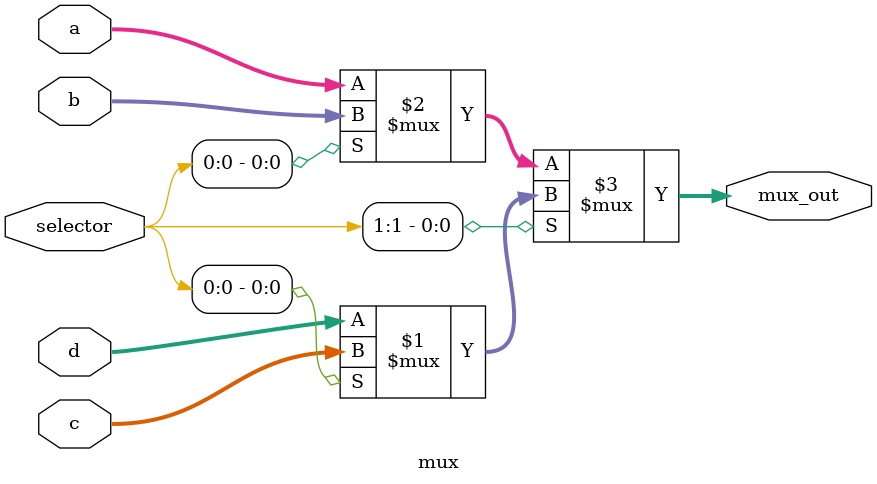
<source format=v>
module mux(a, b, c, d, selector, mux_out);
	parameter 	VECTOR_WIDTH = 5;
	input [VECTOR_WIDTH-1:0] a, b, c, d;
	input [1:0] selector;
	output [VECTOR_WIDTH-1:0] mux_out;

	assign mux_out = selector[1]? (selector[0]? c : d) : (selector[0]? b : a);

endmodule 
</source>
